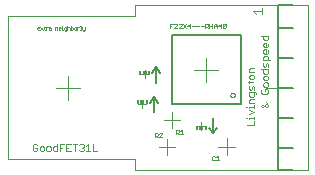
<source format=gto>
G75*
G70*
%OFA0B0*%
%FSLAX24Y24*%
%IPPOS*%
%LPD*%
%AMOC8*
5,1,8,0,0,1.08239X$1,22.5*
%
%ADD10C,0.0000*%
%ADD11C,0.0020*%
%ADD12C,0.0010*%
%ADD13C,0.0080*%
%ADD14R,0.0059X0.0118*%
%ADD15R,0.0118X0.0118*%
%ADD16C,0.0050*%
%ADD17C,0.0030*%
%ADD18C,0.0030*%
D10*
X000101Y000542D02*
X000101Y005292D01*
X004351Y005292D01*
X004351Y005667D01*
X010101Y005667D01*
X010101Y000167D01*
X004351Y000167D01*
X004351Y000542D01*
X000101Y000542D01*
X002101Y002517D02*
X002101Y003317D01*
X001701Y002917D02*
X002501Y002917D01*
X004461Y002367D02*
X004730Y002367D01*
X004596Y002233D02*
X004596Y002502D01*
X005591Y002116D02*
X005591Y001579D01*
X005322Y001847D02*
X005860Y001847D01*
X006431Y001627D02*
X006700Y001627D01*
X006566Y001493D02*
X006566Y001762D01*
X007401Y001221D02*
X007401Y000684D01*
X007132Y000952D02*
X007670Y000952D01*
X005690Y000922D02*
X005152Y000922D01*
X005421Y000654D02*
X005421Y001191D01*
X006731Y003117D02*
X006731Y003917D01*
X006331Y003517D02*
X007131Y003517D01*
X008701Y002917D02*
X009501Y002917D01*
X009101Y002517D02*
X009101Y003317D01*
X004810Y003357D02*
X004541Y003357D01*
X004676Y003223D02*
X004676Y003492D01*
D11*
X008054Y002283D02*
X008091Y002283D01*
X008164Y002283D02*
X008311Y002283D01*
X008311Y002247D02*
X008311Y002320D01*
X008311Y002394D02*
X008164Y002394D01*
X008164Y002504D01*
X008201Y002541D01*
X008311Y002541D01*
X008274Y002615D02*
X008201Y002615D01*
X008164Y002652D01*
X008164Y002762D01*
X008347Y002762D01*
X008384Y002725D01*
X008384Y002688D01*
X008311Y002652D02*
X008274Y002615D01*
X008311Y002652D02*
X008311Y002762D01*
X008311Y002836D02*
X008311Y002946D01*
X008274Y002983D01*
X008237Y002946D01*
X008237Y002873D01*
X008201Y002836D01*
X008164Y002873D01*
X008164Y002983D01*
X008164Y003057D02*
X008164Y003130D01*
X008127Y003094D02*
X008274Y003094D01*
X008311Y003130D01*
X008274Y003204D02*
X008201Y003204D01*
X008164Y003241D01*
X008164Y003314D01*
X008201Y003351D01*
X008274Y003351D01*
X008311Y003314D01*
X008311Y003241D01*
X008274Y003204D01*
X008634Y003198D02*
X008671Y003161D01*
X008744Y003161D01*
X008781Y003198D01*
X008781Y003271D01*
X008744Y003308D01*
X008671Y003308D01*
X008634Y003271D01*
X008634Y003198D01*
X008671Y003087D02*
X008634Y003050D01*
X008634Y002977D01*
X008671Y002940D01*
X008744Y002940D01*
X008781Y002977D01*
X008781Y003050D01*
X008744Y003087D01*
X008671Y003087D01*
X008671Y002866D02*
X008671Y002793D01*
X008671Y002866D02*
X008744Y002866D01*
X008781Y002829D01*
X008781Y002756D01*
X008744Y002719D01*
X008597Y002719D01*
X008561Y002756D01*
X008561Y002829D01*
X008597Y002866D01*
X008707Y002424D02*
X008781Y002351D01*
X008781Y002314D01*
X008744Y002277D01*
X008707Y002277D01*
X008634Y002351D01*
X008597Y002351D01*
X008561Y002314D01*
X008597Y002277D01*
X008634Y002277D01*
X008781Y002424D01*
X008311Y002099D02*
X008164Y002172D01*
X008164Y002247D02*
X008164Y002283D01*
X008311Y002099D02*
X008164Y002026D01*
X008164Y001915D02*
X008311Y001915D01*
X008311Y001878D02*
X008311Y001952D01*
X008164Y001915D02*
X008164Y001878D01*
X008091Y001915D02*
X008054Y001915D01*
X008311Y001804D02*
X008311Y001657D01*
X008091Y001657D01*
X008671Y003382D02*
X008634Y003419D01*
X008634Y003529D01*
X008561Y003529D02*
X008781Y003529D01*
X008781Y003419D01*
X008744Y003382D01*
X008671Y003382D01*
X008311Y003425D02*
X008164Y003425D01*
X008164Y003535D01*
X008201Y003572D01*
X008311Y003572D01*
X008634Y003640D02*
X008634Y003750D01*
X008634Y003824D02*
X008634Y003934D01*
X008671Y003971D01*
X008744Y003971D01*
X008781Y003934D01*
X008781Y003824D01*
X008854Y003824D02*
X008634Y003824D01*
X008744Y003750D02*
X008707Y003713D01*
X008707Y003640D01*
X008671Y003603D01*
X008634Y003640D01*
X008781Y003603D02*
X008781Y003713D01*
X008744Y003750D01*
X008744Y004045D02*
X008671Y004045D01*
X008634Y004082D01*
X008634Y004155D01*
X008671Y004192D01*
X008707Y004192D01*
X008707Y004045D01*
X008744Y004045D02*
X008781Y004082D01*
X008781Y004155D01*
X008744Y004266D02*
X008671Y004266D01*
X008634Y004303D01*
X008634Y004376D01*
X008671Y004413D01*
X008707Y004413D01*
X008707Y004266D01*
X008744Y004266D02*
X008781Y004303D01*
X008781Y004376D01*
X008744Y004487D02*
X008671Y004487D01*
X008634Y004524D01*
X008634Y004634D01*
X008561Y004634D02*
X008781Y004634D01*
X008781Y004524D01*
X008744Y004487D01*
X002940Y001028D02*
X002940Y000807D01*
X003086Y000807D01*
X002865Y000807D02*
X002719Y000807D01*
X002792Y000807D02*
X002792Y001028D01*
X002719Y000954D01*
X002644Y000954D02*
X002608Y000917D01*
X002644Y000881D01*
X002644Y000844D01*
X002608Y000807D01*
X002534Y000807D01*
X002498Y000844D01*
X002571Y000917D02*
X002608Y000917D01*
X002644Y000954D02*
X002644Y000991D01*
X002608Y001028D01*
X002534Y001028D01*
X002498Y000991D01*
X002423Y001028D02*
X002277Y001028D01*
X002350Y001028D02*
X002350Y000807D01*
X002202Y000807D02*
X002056Y000807D01*
X002056Y001028D01*
X002202Y001028D01*
X002129Y000917D02*
X002056Y000917D01*
X001981Y001028D02*
X001835Y001028D01*
X001835Y000807D01*
X001761Y000807D02*
X001650Y000807D01*
X001614Y000844D01*
X001614Y000917D01*
X001650Y000954D01*
X001761Y000954D01*
X001761Y001028D02*
X001761Y000807D01*
X001835Y000917D02*
X001908Y000917D01*
X001540Y000917D02*
X001540Y000844D01*
X001503Y000807D01*
X001429Y000807D01*
X001393Y000844D01*
X001393Y000917D01*
X001429Y000954D01*
X001503Y000954D01*
X001540Y000917D01*
X001319Y000917D02*
X001319Y000844D01*
X001282Y000807D01*
X001208Y000807D01*
X001172Y000844D01*
X001172Y000917D01*
X001208Y000954D01*
X001282Y000954D01*
X001319Y000917D01*
X001098Y000917D02*
X001098Y000844D01*
X001061Y000807D01*
X000987Y000807D01*
X000951Y000844D01*
X000951Y000991D01*
X000987Y001028D01*
X001061Y001028D01*
X001098Y000991D01*
X001098Y000917D02*
X001024Y000917D01*
D12*
X005016Y001257D02*
X005016Y001408D01*
X005091Y001408D01*
X005116Y001382D01*
X005116Y001332D01*
X005091Y001307D01*
X005016Y001307D01*
X005066Y001307D02*
X005116Y001257D01*
X005163Y001257D02*
X005263Y001357D01*
X005263Y001382D01*
X005238Y001408D01*
X005188Y001408D01*
X005163Y001382D01*
X005163Y001257D02*
X005263Y001257D01*
X005711Y001362D02*
X005711Y001513D01*
X005786Y001513D01*
X005811Y001487D01*
X005811Y001437D01*
X005786Y001412D01*
X005711Y001412D01*
X005761Y001412D02*
X005811Y001362D01*
X005858Y001362D02*
X005959Y001362D01*
X005909Y001362D02*
X005909Y001513D01*
X005858Y001462D01*
X006916Y000612D02*
X006916Y000512D01*
X006941Y000487D01*
X006991Y000487D01*
X007016Y000512D01*
X007063Y000487D02*
X007163Y000487D01*
X007113Y000487D02*
X007113Y000638D01*
X007063Y000587D01*
X007016Y000612D02*
X006991Y000638D01*
X006941Y000638D01*
X006916Y000612D01*
X002669Y004834D02*
X002651Y004816D01*
X002632Y004816D01*
X002614Y004852D02*
X002669Y004852D01*
X002669Y004834D02*
X002669Y004926D01*
X002596Y004926D02*
X002596Y004871D01*
X002614Y004852D01*
X002559Y004852D02*
X002522Y004852D01*
X002540Y004852D02*
X002540Y004962D01*
X002522Y004962D01*
X002485Y004926D02*
X002467Y004926D01*
X002430Y004889D01*
X002430Y004852D02*
X002430Y004926D01*
X002393Y004907D02*
X002374Y004926D01*
X002338Y004926D01*
X002319Y004907D01*
X002319Y004871D01*
X002338Y004852D01*
X002374Y004852D01*
X002393Y004871D01*
X002393Y004907D01*
X002282Y004907D02*
X002282Y004871D01*
X002264Y004852D01*
X002209Y004852D01*
X002209Y004962D01*
X002209Y004926D02*
X002264Y004926D01*
X002282Y004907D01*
X002172Y004907D02*
X002172Y004852D01*
X002172Y004907D02*
X002154Y004926D01*
X002117Y004926D01*
X002098Y004907D01*
X002061Y004926D02*
X002006Y004926D01*
X001988Y004907D01*
X001988Y004871D01*
X002006Y004852D01*
X002061Y004852D01*
X002061Y004834D02*
X002061Y004926D01*
X002098Y004962D02*
X002098Y004852D01*
X002061Y004834D02*
X002043Y004816D01*
X002025Y004816D01*
X001951Y004852D02*
X001914Y004852D01*
X001933Y004852D02*
X001933Y004926D01*
X001914Y004926D01*
X001933Y004962D02*
X001933Y004981D01*
X001877Y004907D02*
X001877Y004889D01*
X001804Y004889D01*
X001804Y004871D02*
X001804Y004907D01*
X001822Y004926D01*
X001859Y004926D01*
X001877Y004907D01*
X001859Y004852D02*
X001822Y004852D01*
X001804Y004871D01*
X001767Y004852D02*
X001767Y004907D01*
X001748Y004926D01*
X001693Y004926D01*
X001693Y004852D01*
X001546Y004852D02*
X001546Y004907D01*
X001527Y004926D01*
X001491Y004926D01*
X001491Y004889D02*
X001546Y004889D01*
X001546Y004852D02*
X001491Y004852D01*
X001472Y004871D01*
X001491Y004889D01*
X001435Y004926D02*
X001417Y004926D01*
X001380Y004889D01*
X001380Y004852D02*
X001380Y004926D01*
X001343Y004926D02*
X001307Y004926D01*
X001325Y004944D02*
X001325Y004871D01*
X001343Y004852D01*
X001270Y004852D02*
X001196Y004926D01*
X001159Y004907D02*
X001159Y004889D01*
X001086Y004889D01*
X001086Y004871D02*
X001086Y004907D01*
X001104Y004926D01*
X001141Y004926D01*
X001159Y004907D01*
X001141Y004852D02*
X001104Y004852D01*
X001086Y004871D01*
X001196Y004852D02*
X001270Y004926D01*
X005507Y004899D02*
X005507Y005049D01*
X005607Y005049D01*
X005654Y005024D02*
X005679Y005049D01*
X005730Y005049D01*
X005755Y005024D01*
X005755Y004999D01*
X005654Y004899D01*
X005755Y004899D01*
X005802Y004899D02*
X005902Y004999D01*
X005902Y005024D01*
X005877Y005049D01*
X005827Y005049D01*
X005802Y005024D01*
X005802Y004899D02*
X005902Y004899D01*
X005949Y004899D02*
X006049Y005049D01*
X006096Y004974D02*
X006197Y004974D01*
X006244Y004974D02*
X006344Y004974D01*
X006391Y004974D02*
X006491Y004974D01*
X006538Y004974D02*
X006639Y004974D01*
X006686Y004949D02*
X006761Y004949D01*
X006786Y004974D01*
X006786Y005024D01*
X006761Y005049D01*
X006686Y005049D01*
X006686Y004899D01*
X006736Y004949D02*
X006786Y004899D01*
X006833Y004899D02*
X006833Y005049D01*
X006833Y004974D02*
X006933Y004974D01*
X006980Y004974D02*
X007080Y004974D01*
X007080Y004999D02*
X007080Y004899D01*
X007128Y004974D02*
X007228Y004974D01*
X007275Y004924D02*
X007375Y005024D01*
X007375Y004924D01*
X007350Y004899D01*
X007300Y004899D01*
X007275Y004924D01*
X007275Y005024D01*
X007300Y005049D01*
X007350Y005049D01*
X007375Y005024D01*
X007203Y005049D02*
X007203Y004899D01*
X007128Y004974D02*
X007203Y005049D01*
X007080Y004999D02*
X007030Y005049D01*
X006980Y004999D01*
X006980Y004899D01*
X006933Y004899D02*
X006933Y005049D01*
X006171Y005049D02*
X006171Y004899D01*
X006096Y004974D02*
X006171Y005049D01*
X006049Y004899D02*
X005949Y005049D01*
X005557Y004974D02*
X005507Y004974D01*
D13*
X005061Y003587D02*
X005191Y003397D01*
X005061Y003587D02*
X004931Y003397D01*
X005061Y003587D02*
X005061Y003067D01*
X004991Y002607D02*
X005121Y002417D01*
X004991Y002607D02*
X004861Y002417D01*
X004991Y002607D02*
X004991Y002087D01*
X006831Y001577D02*
X006961Y001387D01*
X007091Y001577D01*
X006961Y001387D02*
X006961Y001907D01*
D14*
X006713Y001568D03*
X006418Y001568D03*
X004743Y002426D03*
X004448Y002426D03*
X004528Y003416D03*
X004823Y003416D03*
D15*
X004676Y003416D03*
X004596Y002426D03*
X006566Y001568D03*
D16*
X005569Y002356D02*
X005569Y004679D01*
X007892Y004679D01*
X007892Y002356D01*
X005569Y002356D01*
X009101Y001917D02*
X009101Y000917D01*
X009601Y000917D01*
X009101Y000917D02*
X009101Y000167D01*
X009601Y000167D01*
X009601Y001917D02*
X009101Y001917D01*
X009101Y002917D01*
X009601Y002917D01*
X009101Y002917D02*
X009101Y003917D01*
X009601Y003917D01*
X009101Y003917D02*
X009101Y004917D01*
X009601Y004917D01*
X009101Y004917D02*
X009101Y005667D01*
X009601Y005667D01*
D17*
X007532Y002663D02*
X007534Y002680D01*
X007540Y002696D01*
X007549Y002710D01*
X007561Y002722D01*
X007576Y002730D01*
X007592Y002735D01*
X007609Y002736D01*
X007626Y002733D01*
X007641Y002726D01*
X007655Y002716D01*
X007666Y002703D01*
X007674Y002688D01*
X007678Y002671D01*
X007678Y002655D01*
X007674Y002638D01*
X007666Y002623D01*
X007655Y002610D01*
X007642Y002600D01*
X007626Y002593D01*
X007609Y002590D01*
X007592Y002591D01*
X007576Y002596D01*
X007561Y002604D01*
X007549Y002616D01*
X007540Y002630D01*
X007534Y002646D01*
X007532Y002663D01*
D18*
X008392Y005382D02*
X008296Y005479D01*
X008586Y005479D01*
X008586Y005382D02*
X008586Y005576D01*
M02*

</source>
